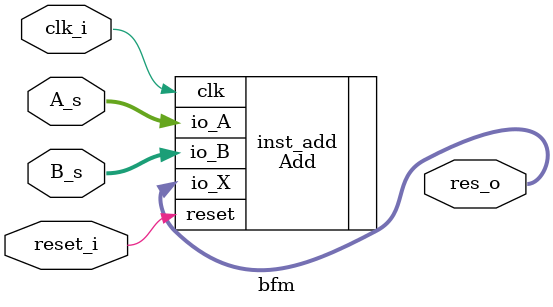
<source format=v>
`timescale 1ns/1ps

module bfm(
input   clk_i,
input   reset_i,
input   [7:0] A_s,
input   [7:0] B_s,
output  reg [7:0] res_o
);

Add inst_add(
    .io_A(A_s),
    .io_B(B_s),
    .io_X(res_o),
    .clk(clk_i),
    .reset(reset_i)
);

initial begin
    //$dumpfile("dump.vcd");
    //$dumpvars;
end

endmodule
</source>
